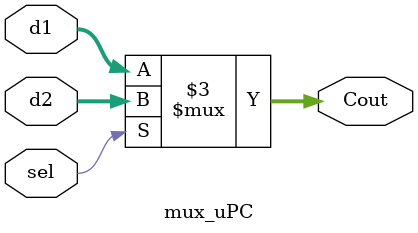
<source format=v>
module mux_uPC (
    input  wire [2:0] d1,
    input  wire [2:0] d2,
    input  wire       sel,
    output reg  [2:0] Cout
);

    always @* begin
        Cout = (sel == 1'b0) ? d1 : d2;
    end

endmodule

</source>
